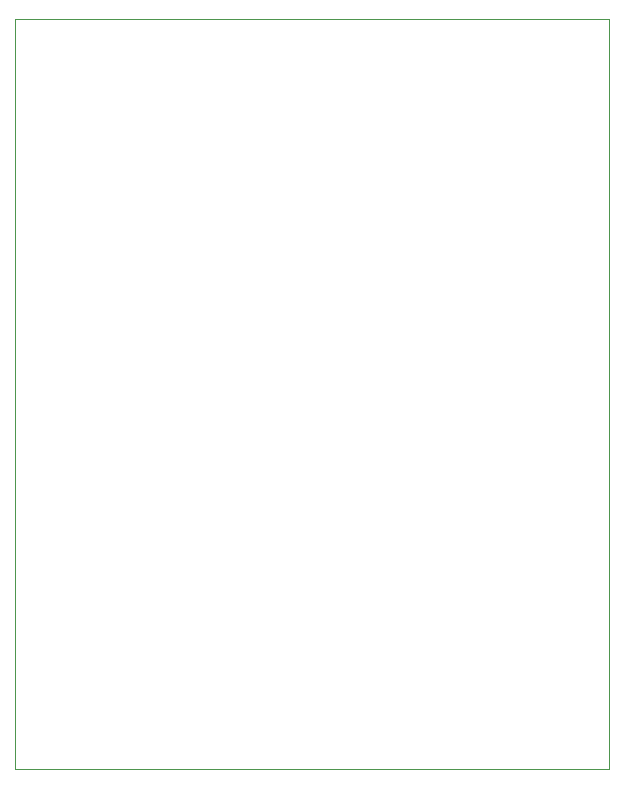
<source format=gbr>
%TF.GenerationSoftware,KiCad,Pcbnew,7.0.9*%
%TF.CreationDate,2024-10-20T15:28:43-06:00*%
%TF.ProjectId,Prototype2,50726f74-6f74-4797-9065-322e6b696361,rev?*%
%TF.SameCoordinates,Original*%
%TF.FileFunction,Profile,NP*%
%FSLAX46Y46*%
G04 Gerber Fmt 4.6, Leading zero omitted, Abs format (unit mm)*
G04 Created by KiCad (PCBNEW 7.0.9) date 2024-10-20 15:28:43*
%MOMM*%
%LPD*%
G01*
G04 APERTURE LIST*
%TA.AperFunction,Profile*%
%ADD10C,0.025400*%
%TD*%
G04 APERTURE END LIST*
D10*
X154940000Y-57658000D02*
X205232000Y-57658000D01*
X205232000Y-121158000D01*
X154940000Y-121158000D01*
X154940000Y-57658000D01*
M02*

</source>
